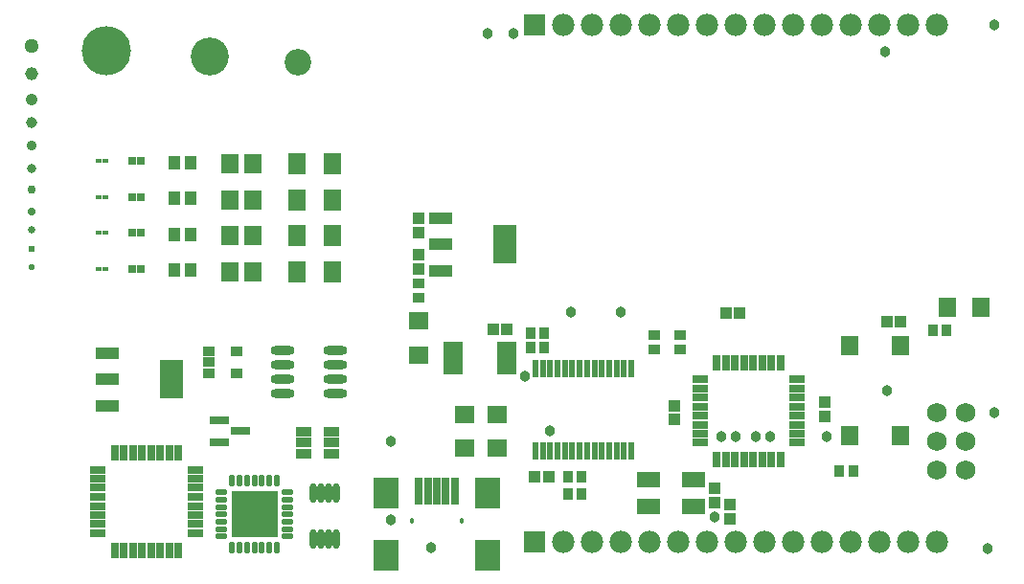
<source format=gts>
G04 Layer_Color=8388736*
%FSAX25Y25*%
%MOIN*%
G70*
G01*
G75*
%ADD78R,0.03556X0.04147*%
%ADD79R,0.04343X0.03950*%
%ADD80R,0.03950X0.04343*%
%ADD81R,0.08477X0.13202*%
%ADD82R,0.08477X0.04343*%
%ADD83R,0.06312X0.06706*%
%ADD84R,0.06706X0.06312*%
%ADD85R,0.04147X0.03556*%
%ADD86R,0.06900X0.11700*%
%ADD87R,0.07887X0.05524*%
%ADD88R,0.03000X0.05800*%
%ADD89R,0.05800X0.03000*%
%ADD90R,0.01878X0.06406*%
%ADD91R,0.05918X0.06902*%
%ADD92R,0.05918X0.07690*%
%ADD93R,0.06115X0.06902*%
%ADD94R,0.04343X0.04934*%
%ADD95R,0.02572X0.02572*%
%ADD96R,0.02178X0.01784*%
%ADD97R,0.04343X0.03359*%
%ADD98R,0.07099X0.03162*%
%ADD99R,0.05200X0.03200*%
%ADD100O,0.08280X0.03162*%
%ADD101O,0.02572X0.06706*%
%ADD102R,0.16272X0.16272*%
%ADD103O,0.01981X0.04343*%
%ADD104O,0.04343X0.01981*%
%ADD105R,0.02800X0.09800*%
%ADD106R,0.08600X0.10600*%
%ADD107C,0.06800*%
%ADD108R,0.07800X0.07800*%
%ADD109C,0.07800*%
%ADD110C,0.01800*%
%ADD111C,0.03800*%
%ADD112C,0.05030*%
%ADD113C,0.04200*%
%ADD114C,0.03540*%
%ADD115C,0.03010*%
%ADD116C,0.02590*%
%ADD117C,0.02260*%
%ADD118C,0.02769*%
%ADD119C,0.02420*%
%ADD120C,0.02790*%
%ADD121C,0.03260*%
%ADD122C,0.03850*%
%ADD123C,0.04590*%
%ADD124C,0.17150*%
%ADD125C,0.09270*%
%ADD126C,0.13200*%
D78*
X0281039Y0177500D02*
D03*
X0285961D02*
D03*
X0281039Y0182500D02*
D03*
X0285961D02*
D03*
X0421039Y0183500D02*
D03*
X0425961D02*
D03*
X0393461Y0134500D02*
D03*
X0388539D02*
D03*
X0294039Y0132500D02*
D03*
X0298961D02*
D03*
X0294039Y0126500D02*
D03*
X0298961D02*
D03*
D79*
X0242000Y0222461D02*
D03*
Y0217539D02*
D03*
X0345000Y0128461D02*
D03*
Y0123539D02*
D03*
X0350500Y0118039D02*
D03*
Y0122961D02*
D03*
X0331000Y0157421D02*
D03*
Y0152500D02*
D03*
X0242000Y0205039D02*
D03*
Y0209961D02*
D03*
X0383500Y0153539D02*
D03*
Y0158461D02*
D03*
D80*
X0405039Y0186500D02*
D03*
X0409961D02*
D03*
X0353961Y0189500D02*
D03*
X0349039D02*
D03*
X0272961Y0184000D02*
D03*
X0268039D02*
D03*
X0282539Y0132500D02*
D03*
X0287461D02*
D03*
D81*
X0156122Y0166500D02*
D03*
X0272122Y0213500D02*
D03*
D82*
X0133878Y0157445D02*
D03*
Y0166500D02*
D03*
Y0175555D02*
D03*
X0249878Y0204445D02*
D03*
Y0213500D02*
D03*
Y0222555D02*
D03*
D83*
X0426094Y0191500D02*
D03*
X0437906D02*
D03*
D84*
X0242000Y0186906D02*
D03*
Y0175094D02*
D03*
X0258000Y0154405D02*
D03*
Y0142595D02*
D03*
X0269500Y0154405D02*
D03*
Y0142595D02*
D03*
D85*
X0242000Y0199961D02*
D03*
Y0195039D02*
D03*
X0324000Y0181961D02*
D03*
Y0177039D02*
D03*
X0333000D02*
D03*
Y0181961D02*
D03*
D86*
X0254100Y0174000D02*
D03*
X0272900D02*
D03*
D87*
X0337874Y0122276D02*
D03*
X0322126D02*
D03*
X0337874Y0131724D02*
D03*
X0322126D02*
D03*
D88*
X0345976Y0172400D02*
D03*
X0349126D02*
D03*
X0352276D02*
D03*
X0355425D02*
D03*
X0358600D02*
D03*
X0361800D02*
D03*
X0364900D02*
D03*
X0368100D02*
D03*
Y0138600D02*
D03*
X0364900D02*
D03*
X0361800D02*
D03*
X0358600D02*
D03*
X0355425D02*
D03*
X0352276D02*
D03*
X0349126D02*
D03*
X0345976D02*
D03*
X0136476Y0140900D02*
D03*
X0139626D02*
D03*
X0142776D02*
D03*
X0145925D02*
D03*
X0149100D02*
D03*
X0152300D02*
D03*
X0155400D02*
D03*
X0158600D02*
D03*
Y0107100D02*
D03*
X0155400D02*
D03*
X0152300D02*
D03*
X0149100D02*
D03*
X0145925D02*
D03*
X0142776D02*
D03*
X0139626D02*
D03*
X0136476D02*
D03*
D89*
X0373900Y0166600D02*
D03*
Y0163400D02*
D03*
Y0160300D02*
D03*
Y0157100D02*
D03*
Y0153925D02*
D03*
Y0150776D02*
D03*
Y0147626D02*
D03*
Y0144476D02*
D03*
X0340100D02*
D03*
Y0147626D02*
D03*
Y0150776D02*
D03*
Y0153925D02*
D03*
Y0157100D02*
D03*
Y0160300D02*
D03*
Y0163400D02*
D03*
Y0166600D02*
D03*
X0164400Y0135100D02*
D03*
Y0131900D02*
D03*
Y0128800D02*
D03*
Y0125600D02*
D03*
Y0122425D02*
D03*
Y0119276D02*
D03*
Y0116126D02*
D03*
Y0112976D02*
D03*
X0130600D02*
D03*
Y0116126D02*
D03*
Y0119276D02*
D03*
Y0122425D02*
D03*
Y0125600D02*
D03*
Y0128800D02*
D03*
Y0131900D02*
D03*
Y0135100D02*
D03*
D90*
X0316134Y0170272D02*
D03*
X0313575D02*
D03*
X0311016D02*
D03*
X0308457D02*
D03*
X0305898D02*
D03*
X0303339D02*
D03*
X0300780D02*
D03*
X0298220D02*
D03*
X0295661D02*
D03*
X0293102D02*
D03*
X0290543D02*
D03*
X0287984D02*
D03*
X0285425D02*
D03*
X0282866D02*
D03*
X0316134Y0141728D02*
D03*
X0313575D02*
D03*
X0311016D02*
D03*
X0308457D02*
D03*
X0305898D02*
D03*
X0303339D02*
D03*
X0300780D02*
D03*
X0298220D02*
D03*
X0295661D02*
D03*
X0293102D02*
D03*
X0290543D02*
D03*
X0287984D02*
D03*
X0285425D02*
D03*
X0282866D02*
D03*
D91*
X0392142Y0178150D02*
D03*
Y0146850D02*
D03*
X0409858Y0178150D02*
D03*
Y0146850D02*
D03*
D92*
X0212004Y0229000D02*
D03*
X0199996D02*
D03*
X0199996Y0241500D02*
D03*
X0212004D02*
D03*
X0199996Y0204000D02*
D03*
X0212004D02*
D03*
X0199996Y0216500D02*
D03*
X0212004D02*
D03*
D93*
X0176661D02*
D03*
X0184339D02*
D03*
X0176661Y0241500D02*
D03*
X0184339D02*
D03*
X0176661Y0204000D02*
D03*
X0184339D02*
D03*
X0176661Y0229000D02*
D03*
X0184339D02*
D03*
D94*
X0157146Y0217000D02*
D03*
X0162854D02*
D03*
X0157146Y0242000D02*
D03*
X0162854D02*
D03*
X0157146Y0204500D02*
D03*
X0162854D02*
D03*
X0157146Y0229500D02*
D03*
X0162854D02*
D03*
D95*
X0142425Y0217500D02*
D03*
X0145575D02*
D03*
X0142425Y0242500D02*
D03*
X0145575D02*
D03*
X0142425Y0205000D02*
D03*
X0145575D02*
D03*
X0142425Y0230000D02*
D03*
X0145575D02*
D03*
D96*
X0130917Y0217500D02*
D03*
X0133083D02*
D03*
X0130917Y0242500D02*
D03*
X0133083D02*
D03*
X0130917Y0205000D02*
D03*
X0133083D02*
D03*
X0130917Y0230000D02*
D03*
X0133083D02*
D03*
D97*
X0169276Y0176240D02*
D03*
Y0172500D02*
D03*
Y0168760D02*
D03*
X0178724D02*
D03*
Y0176240D02*
D03*
D98*
X0172957Y0152240D02*
D03*
Y0144760D02*
D03*
X0180043Y0148500D02*
D03*
D99*
X0211921Y0144500D02*
D03*
Y0148240D02*
D03*
Y0140760D02*
D03*
X0202079Y0144500D02*
D03*
Y0140760D02*
D03*
Y0148240D02*
D03*
D100*
X0213252Y0161500D02*
D03*
Y0166500D02*
D03*
Y0171500D02*
D03*
Y0176500D02*
D03*
X0194748Y0161500D02*
D03*
Y0166500D02*
D03*
Y0171500D02*
D03*
Y0176500D02*
D03*
D101*
X0205661Y0111028D02*
D03*
X0208221D02*
D03*
X0210780D02*
D03*
X0213339D02*
D03*
X0205661Y0126972D02*
D03*
X0208221D02*
D03*
X0210780D02*
D03*
X0213339D02*
D03*
D102*
X0185000Y0119500D02*
D03*
D103*
X0177323Y0131114D02*
D03*
X0179882D02*
D03*
X0182441D02*
D03*
X0185000D02*
D03*
X0187559D02*
D03*
X0190118D02*
D03*
X0192677D02*
D03*
Y0107886D02*
D03*
X0190118D02*
D03*
X0187559D02*
D03*
X0185000D02*
D03*
X0182441D02*
D03*
X0179882D02*
D03*
X0177323D02*
D03*
D104*
X0196614Y0127177D02*
D03*
Y0124618D02*
D03*
Y0122059D02*
D03*
Y0119500D02*
D03*
Y0116941D02*
D03*
Y0114382D02*
D03*
Y0111823D02*
D03*
X0173386D02*
D03*
Y0114382D02*
D03*
Y0116941D02*
D03*
Y0119500D02*
D03*
Y0122059D02*
D03*
Y0124618D02*
D03*
Y0127177D02*
D03*
D105*
X0251650Y0127573D02*
D03*
X0242201D02*
D03*
X0254799D02*
D03*
X0248500D02*
D03*
X0245350D02*
D03*
D106*
X0266020Y0105427D02*
D03*
Y0127081D02*
D03*
X0230980Y0105427D02*
D03*
Y0127081D02*
D03*
D107*
X0422500Y0155000D02*
D03*
X0432500D02*
D03*
X0422500Y0135000D02*
D03*
Y0145000D02*
D03*
X0432500D02*
D03*
Y0135000D02*
D03*
D108*
X0282500Y0290000D02*
D03*
Y0110000D02*
D03*
D109*
X0292500Y0290000D02*
D03*
X0302500D02*
D03*
X0312500D02*
D03*
X0322500D02*
D03*
X0332500D02*
D03*
X0342500D02*
D03*
X0352500D02*
D03*
X0362500D02*
D03*
X0372500D02*
D03*
X0382500D02*
D03*
X0392500D02*
D03*
X0402500D02*
D03*
X0412500D02*
D03*
X0422500D02*
D03*
X0292500Y0110000D02*
D03*
X0302500D02*
D03*
X0312500D02*
D03*
X0322500D02*
D03*
X0332500D02*
D03*
X0342500D02*
D03*
X0352500D02*
D03*
X0362500D02*
D03*
X0372500D02*
D03*
X0382500D02*
D03*
X0392500D02*
D03*
X0402500D02*
D03*
X0412500D02*
D03*
X0422500D02*
D03*
D110*
X0239839Y0117238D02*
D03*
X0257161D02*
D03*
D111*
X0232500Y0145000D02*
D03*
Y0117500D02*
D03*
X0287984Y0148500D02*
D03*
X0442500Y0290000D02*
D03*
Y0155000D02*
D03*
X0295000Y0190000D02*
D03*
X0312500D02*
D03*
X0405000Y0162500D02*
D03*
X0384000Y0146500D02*
D03*
X0279000Y0167500D02*
D03*
X0275000Y0287000D02*
D03*
X0347500Y0146500D02*
D03*
X0440000Y0107500D02*
D03*
X0359500Y0146500D02*
D03*
X0404500Y0280500D02*
D03*
X0352500Y0146500D02*
D03*
X0345000Y0118500D02*
D03*
X0266000Y0287000D02*
D03*
X0246500Y0108000D02*
D03*
X0364500Y0146500D02*
D03*
D112*
X0107500Y0282500D02*
D03*
D113*
Y0264000D02*
D03*
D114*
Y0248000D02*
D03*
D115*
Y0232500D02*
D03*
D116*
Y0218500D02*
D03*
D117*
Y0205500D02*
D03*
D118*
X0189331Y0115169D02*
D03*
X0185000D02*
D03*
X0180669D02*
D03*
X0189331Y0119500D02*
D03*
X0185000D02*
D03*
X0180669D02*
D03*
X0189331Y0123831D02*
D03*
X0185000D02*
D03*
X0180669D02*
D03*
D119*
X0107500Y0212000D02*
D03*
D120*
Y0225000D02*
D03*
D121*
Y0240000D02*
D03*
D122*
Y0256000D02*
D03*
D123*
Y0273000D02*
D03*
D124*
X0133500Y0281000D02*
D03*
D125*
X0200000Y0277000D02*
D03*
D126*
X0169500Y0279000D02*
D03*
M02*

</source>
